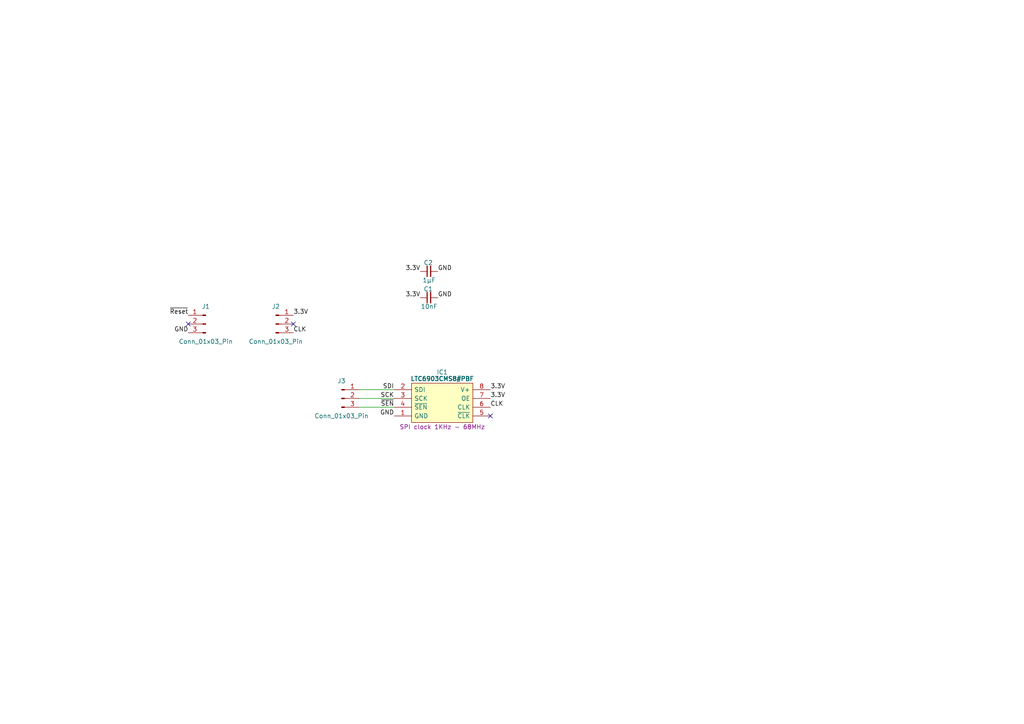
<source format=kicad_sch>
(kicad_sch (version 20230121) (generator eeschema)
  (paper "A4")
  (title_block (title "Clock LTC6903") (date "2023-12-06"))
  (lib_symbols
    (symbol "Analog_Devices:LTC6903CMS8#PBF" (pin_names (offset 0.762))
      (property "Reference" "IC" (at 13.97 5.08 0))
      (property "Value" "LTC6903CMS8#PBF" (at 13.97 3.175 0))
      (property "Description" "SPI clock 1KHz - 68MHz" (at 13.97 -10.795 0))
      (symbol "LTC6903CMS8#PBF_0_0"
        (pin passive line (at 0 -7.62 0) (length 5.08) (name "GND") (number "1"))
        (pin passive line (at 0 0 0) (length 5.08) (name "SDI") (number "2"))
        (pin passive line (at 0 -2.54 0) (length 5.08) (name "SCK") (number "3"))
        (pin passive line (at 0 -5.08 0) (length 5.08) (name "~{SEN}") (number "4"))
        (pin passive line (at 27.94 -7.62 180) (length 5.08) (name "~{CLK}") (number "5"))
        (pin passive line (at 27.94 -5.08 180) (length 5.08) (name "CLK") (number "6"))
        (pin passive line (at 27.94 -2.54 180) (length 5.08) (name "OE") (number "7"))
        (pin passive line (at 27.94 0 180) (length 5.08) (name "V+") (number "8"))
      )
      (symbol "LTC6903CMS8#PBF_0_1"
        (polyline (pts (xy 5.08 1.905) (xy 22.86 1.905) (xy 22.86 -9.525) (xy 5.08 -9.525) (xy 5.08 1.905)) (stroke (width 0.1524)) (fill (type background)))
      )
    )
    (symbol "Connector:Conn_01x03_Pin" (pin_names (offset 1.016) hide)
      (property "Reference" "J" (at 0 5.08 0))
      (property "Value" "Conn_01x03_Pin" (at 0 -5.08 0))
      (symbol "Conn_01x03_Pin_1_1"
        (polyline (pts (xy 1.27 -2.54) (xy 0.8636 -2.54)) (stroke (width 0.1524)))
        (polyline (pts (xy 1.27 0) (xy 0.8636 0)) (stroke (width 0.1524)))
        (polyline (pts (xy 1.27 2.54) (xy 0.8636 2.54)) (stroke (width 0.1524)))
        (rectangle (start 0.8636 -2.413) (end 0 -2.667) (stroke (width 0.1524)) (fill (type outline)))
        (rectangle (start 0.8636 0.127) (end 0 -0.127) (stroke (width 0.1524)) (fill (type outline)))
        (rectangle (start 0.8636 2.667) (end 0 2.413) (stroke (width 0.1524)) (fill (type outline)))
        (pin passive line (at 5.08 2.54 180) (length 3.81) (name "Pin_1") (number "1"))
        (pin passive line (at 5.08 0 180) (length 3.81) (name "Pin_2") (number "2"))
        (pin passive line (at 5.08 -2.54 180) (length 3.81) (name "Pin_3") (number "3"))
      )
    )
    (symbol "HCP65:C_0805" (pin_numbers hide) (pin_names (offset 0.254) hide)
      (property "Reference" "C" (at 2.286 2.54 0))
      (property "Value" "?μF" (at 2.54 -2.54 0))
      (symbol "C_0805_0_1"
        (polyline (pts (xy 1.9685 -1.4605) (xy 1.9685 1.5875)) (stroke (width 0.3048)))
        (polyline (pts (xy 2.9845 -1.4605) (xy 2.9845 1.5875)) (stroke (width 0.3302)))
      )
      (symbol "C_0805_1_1"
        (pin passive line (at 0 0 0) (length 2.032) (name "~") (number "1"))
        (pin passive line (at 5.08 0 180) (length 2.032) (name "~") (number "2"))
      )
    )
  )
  (no_connect (at 54.61 93.98))
  (no_connect (at 85.09 93.98))
  (no_connect (at 142.24 120.65))
  (wire (pts (xy 104.14 115.57) (xy 114.3 115.57)))
  (wire (pts (xy 104.14 113.03) (xy 114.3 113.03)))
  (wire (pts (xy 104.14 118.11) (xy 114.3 118.11)))
  (label "GND" (at 114.3 120.65 180))
  (label "GND" (at 127 86.36 0))
  (label "~{Reset}" (at 54.61 91.44 180))
  (label "3.3V" (at 85.09 91.44 0))
  (label "GND" (at 127 78.74 0))
  (label "SDI" (at 114.3 113.03 180))
  (label "3.3V" (at 121.92 86.36 180))
  (label "CLK" (at 142.24 118.11 0))
  (label "3.3V" (at 121.92 78.74 180))
  (label "GND" (at 54.61 96.52 180))
  (label "CLK" (at 85.09 96.52 0))
  (label "3.3V" (at 142.24 115.57 0))
  (label "SCK" (at 114.3 115.57 180))
  (label "~{SEN}" (at 114.3 118.11 180))
  (label "3.3V" (at 142.24 113.03 0))
  (symbol (lib_id "Connector:Conn_01x03_Pin") (at 80.01 93.98 0) (unit 1)
    (property "Reference" "J2" (at 80.01 88.9 0))
    (property "Value" "Conn_01x03_Pin" (at 80.01 99.06 0))
    (property "Footprint" "Connector_PinHeader_2.54mm:PinHeader_1x03_P2.54mm_Vertical" (effects hide))
  )
  (symbol (lib_id "Connector:Conn_01x03_Pin") (at 59.69 93.98 0) (mirror y) (unit 1)
    (property "Reference" "J1" (at 59.69 88.9 0))
    (property "Value" "Conn_01x03_Pin" (at 59.69 99.06 0))
    (property "Footprint" "Connector_PinHeader_2.54mm:PinHeader_1x03_P2.54mm_Vertical" (effects hide))
  )
  (symbol (lib_id "HCP65:C_0805") (at 121.92 86.36 0) (unit 1)
    (property "Reference" "C1" (at 124.206 83.82 0))
    (property "Value" "10nF" (at 124.46 88.9 0))
    (property "Footprint" "SamacSys_Parts:C_0805" (effects hide))
  )
  (symbol (lib_id "Connector:Conn_01x03_Pin") (at 99.06 115.57 0) (unit 1)
    (property "Reference" "J3" (at 99.06 110.49 0))
    (property "Value" "Conn_01x03_Pin" (at 99.06 120.65 0))
    (property "Footprint" "Connector_PinHeader_2.54mm:PinHeader_1x03_P2.54mm_Vertical" (effects hide))
  )
  (symbol (lib_id "HCP65:C_0805") (at 121.92 78.74 0) (unit 1)
    (property "Reference" "C2" (at 124.206 76.2 0))
    (property "Value" "1μF" (at 124.46 81.28 0))
    (property "Footprint" "SamacSys_Parts:C_0805" (effects hide))
  )
  (symbol (lib_id "Analog_Devices:LTC6903CMS8#PBF") (at 114.3 113.03 0) (unit 1)
    (property "Reference" "IC1" (at 128.27 107.95 0))
    (property "Value" "LTC6903CMS8#PBF" (at 128.27 109.855 0) (effects (font bold)))
    (property "Footprint" "SOP65P490X110-8N" (effects hide))
    (property "Datasheet" "https://www.analog.com/media/en/technical-documentation/data-sheets/69034fe.pdf" (effects hide))
    (property "Description" "SPI clock 1KHz - 68MHz" (at 128.27 123.825 0))
    (property "Height" "1.1" (effects hide))
    (property "Manufacturer_Name" "Analog Devices" (effects hide))
    (property "Manufacturer_Part_Number" "LTC6903CMS8#PBF" (effects hide))
    (property "Silkscreen" "LTC6903" (effects hide))
  )
)
</source>
